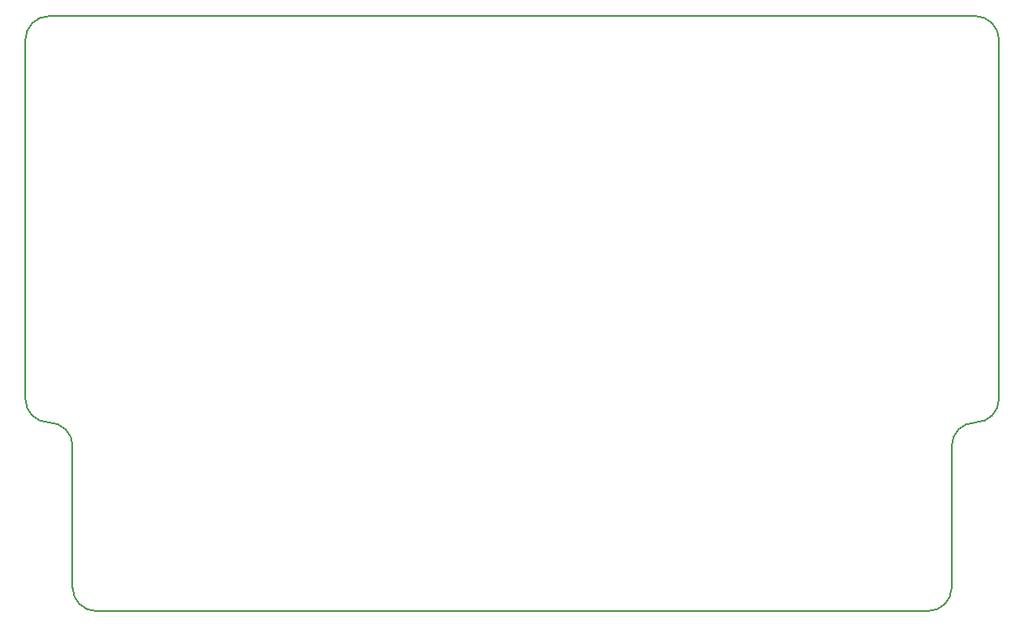
<source format=gm1>
%TF.GenerationSoftware,KiCad,Pcbnew,(5.1.10)-1*%
%TF.CreationDate,2021-10-22T01:43:44-05:00*%
%TF.ProjectId,qwahtrohio,71776168-7472-46f6-9869-6f2e6b696361,rev?*%
%TF.SameCoordinates,Original*%
%TF.FileFunction,Profile,NP*%
%FSLAX46Y46*%
G04 Gerber Fmt 4.6, Leading zero omitted, Abs format (unit mm)*
G04 Created by KiCad (PCBNEW (5.1.10)-1) date 2021-10-22 01:43:44*
%MOMM*%
%LPD*%
G01*
G04 APERTURE LIST*
%TA.AperFunction,Profile*%
%ADD10C,0.200000*%
%TD*%
G04 APERTURE END LIST*
D10*
X199930999Y-130294001D02*
X199930999Y-116006500D01*
X113638000Y-132675001D02*
G75*
G02*
X111257000Y-130294001I0J2381000D01*
G01*
X199931000Y-116006500D02*
G75*
G02*
X202312500Y-113625000I2381500J0D01*
G01*
X111257000Y-116006501D02*
X111257000Y-130294001D01*
X106494000Y-111243501D02*
X106494000Y-74956000D01*
X108875000Y-72575000D02*
X202313000Y-72575000D01*
X202313000Y-72575000D02*
G75*
G02*
X204694000Y-74956000I0J-2381000D01*
G01*
X106494000Y-74956000D02*
G75*
G02*
X108875000Y-72575000I2381000J0D01*
G01*
X199930999Y-130294001D02*
G75*
G02*
X197549999Y-132675001I-2381000J0D01*
G01*
X108875499Y-113625000D02*
G75*
G02*
X111257000Y-116006501I0J-2381501D01*
G01*
X204694000Y-111243501D02*
G75*
G02*
X202312500Y-113625001I-2381500J0D01*
G01*
X108875500Y-113625001D02*
G75*
G02*
X106494000Y-111243501I0J2381500D01*
G01*
X113638000Y-132675001D02*
X197549999Y-132675001D01*
X204694000Y-111243501D02*
X204694000Y-74956000D01*
M02*

</source>
